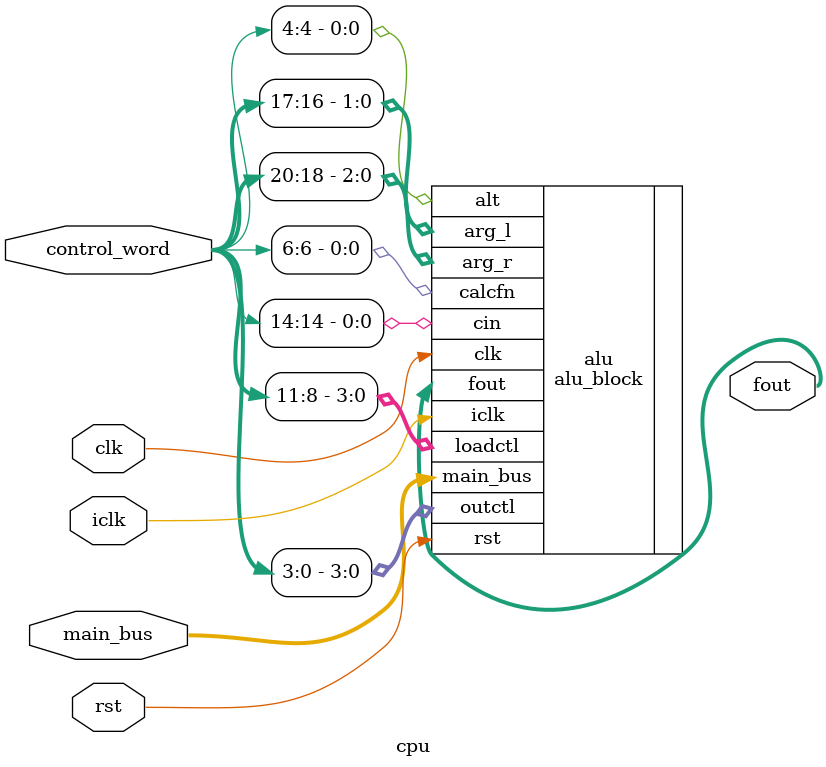
<source format=v>
module cpu(
        inout [7:0] main_bus,
        input rst,
        input clk,
        input iclk,

        output [3:0] fout,

        /* verilator lint_off UNUSED */
        input [31:0] control_word
    );

    /* verilator lint_off PINMISSING */
    alu_block alu(.main_bus(main_bus), .rst(rst), .clk(clk), .iclk(iclk), .fout(fout),
        .outctl(control_word[3:0]),
        .loadctl(control_word[11:8]),
        .arg_l(control_word[17:16]),
        .arg_r(control_word[20:18]),
        .alt(control_word[4]),
        .calcfn(control_word[6]),
        .cin(control_word[14]));

endmodule

</source>
